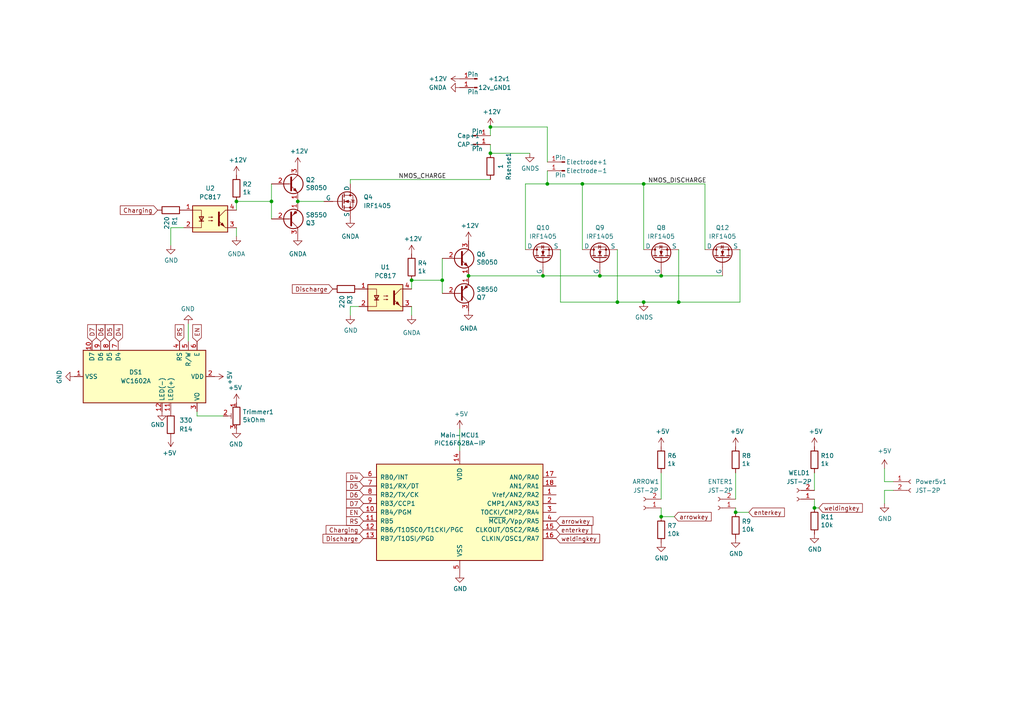
<source format=kicad_sch>
(kicad_sch (version 20230121) (generator eeschema)
  (paper "A4")
  (lib_symbols
    (symbol "Connector:Conn_01x01_Pin" (pin_names (offset 1.016) hide)
      (property "Reference" "J" (at 0 2.54 0))
      (property "Value" "Conn_01x01_Pin" (at 0 -2.54 0))
      (symbol "Conn_01x01_Pin_1_1"
        (polyline (pts (xy 1.27 0) (xy 0.8636 0)) (stroke (width 0.1524)))
        (rectangle (start 0.8636 0.127) (end 0 -0.127) (stroke (width 0.1524)) (fill (type outline)))
        (pin passive line (at 5.08 0 180) (length 3.81) (name "Pin_1") (number "1"))
      )
    )
    (symbol "Connector:Conn_01x02_Socket" (pin_names (offset 1.016) hide)
      (property "Reference" "J" (at 0 2.54 0))
      (property "Value" "Conn_01x02_Socket" (at 0 -5.08 0))
      (symbol "Conn_01x02_Socket_1_1"
        (arc (start 0 -2.032) (mid -0.5058 -2.54) (end 0 -3.048) (stroke (width 0.1524)))
        (polyline (pts (xy -1.27 -2.54) (xy -0.508 -2.54)) (stroke (width 0.1524)))
        (polyline (pts (xy -1.27 0) (xy -0.508 0)) (stroke (width 0.1524)))
        (arc (start 0 0.508) (mid -0.5058 0) (end 0 -0.508) (stroke (width 0.1524)))
        (pin passive line (at -5.08 0 0) (length 3.81) (name "Pin_1") (number "1"))
        (pin passive line (at -5.08 -2.54 0) (length 3.81) (name "Pin_2") (number "2"))
      )
    )
    (symbol "Device:R" (pin_numbers hide) (pin_names (offset 0))
      (property "Reference" "R" (at 2.032 0 90))
      (property "Value" "R" (at 0 0 90))
      (symbol "R_0_1"
        (rectangle (start -1.016 -2.54) (end 1.016 2.54) (stroke (width 0.254)))
      )
      (symbol "R_1_1"
        (pin passive line (at 0 3.81 270) (length 1.27) (name "~") (number "1"))
        (pin passive line (at 0 -3.81 90) (length 1.27) (name "~") (number "2"))
      )
    )
    (symbol "Display_Character:WC1602A"
      (property "Reference" "DS1" (at -1.27 -2.54 90))
      (property "Value" "WC1602A" (at 1.27 -2.54 90))
      (symbol "WC1602A_1_1"
        (rectangle (start -7.62 17.78) (end 7.62 -17.78) (stroke (width 0.254)) (fill (type background)))
        (pin power_in line (at 0 -20.32 90) (length 2.54) (name "VSS") (number "1"))
        (pin input line (at -10.16 -15.24 0) (length 2.54) (name "D7") (number "10"))
        (pin power_in line (at 10.16 7.62 180) (length 2.54) (name "LED(+)") (number "11"))
        (pin power_in line (at 10.16 5.08 180) (length 2.54) (name "LED(-)") (number "12"))
        (pin power_in line (at 0 20.32 270) (length 2.54) (name "VDD") (number "2"))
        (pin input line (at 10.16 15.24 180) (length 2.54) (name "VO") (number "3"))
        (pin input line (at -10.16 10.16 0) (length 2.54) (name "RS") (number "4"))
        (pin input line (at -10.16 12.7 0) (length 2.54) (name "R/W") (number "5"))
        (pin input line (at -10.16 15.24 0) (length 2.54) (name "E") (number "6"))
        (pin input line (at -10.16 -7.62 0) (length 2.54) (name "D4") (number "7"))
        (pin input line (at -10.16 -10.16 0) (length 2.54) (name "D5") (number "8"))
        (pin input line (at -10.16 -12.7 0) (length 2.54) (name "D6") (number "9"))
      )
    )
    (symbol "Isolator:PC817" (pin_names (offset 1.016))
      (property "Reference" "U" (at -5.08 5.08 0))
      (property "Value" "PC817" (at 0 5.08 0))
      (symbol "PC817_0_1"
        (rectangle (start -5.08 3.81) (end 5.08 -3.81) (stroke (width 0.254)) (fill (type background)))
        (polyline (pts (xy -3.175 -0.635) (xy -1.905 -0.635)) (stroke (width 0.254)))
        (polyline (pts (xy 2.54 0.635) (xy 4.445 2.54)))
        (polyline (pts (xy 4.445 -2.54) (xy 2.54 -0.635)) (fill (type outline)))
        (polyline (pts (xy 4.445 -2.54) (xy 5.08 -2.54)))
        (polyline (pts (xy 4.445 2.54) (xy 5.08 2.54)))
        (polyline (pts (xy -5.08 2.54) (xy -2.54 2.54) (xy -2.54 -0.635)))
        (polyline (pts (xy -2.54 -0.635) (xy -2.54 -2.54) (xy -5.08 -2.54)))
        (polyline (pts (xy 2.54 1.905) (xy 2.54 -1.905) (xy 2.54 -1.905)) (stroke (width 0.508)))
        (polyline (pts (xy -2.54 -0.635) (xy -3.175 0.635) (xy -1.905 0.635) (xy -2.54 -0.635)) (stroke (width 0.254)))
        (polyline (pts (xy -0.508 -0.508) (xy 0.762 -0.508) (xy 0.381 -0.635) (xy 0.381 -0.381) (xy 0.762 -0.508)))
        (polyline (pts (xy -0.508 0.508) (xy 0.762 0.508) (xy 0.381 0.381) (xy 0.381 0.635) (xy 0.762 0.508)))
        (polyline (pts (xy 3.048 -1.651) (xy 3.556 -1.143) (xy 4.064 -2.159) (xy 3.048 -1.651) (xy 3.048 -1.651)) (fill (type outline)))
      )
      (symbol "PC817_1_1"
        (pin passive line (at -7.62 2.54 0) (length 2.54) (name "~") (number "1"))
        (pin passive line (at -7.62 -2.54 0) (length 2.54) (name "~") (number "2"))
        (pin passive line (at 7.62 -2.54 180) (length 2.54) (name "~") (number "3"))
        (pin passive line (at 7.62 2.54 180) (length 2.54) (name "~") (number "4"))
      )
    )
    (symbol "MCU_Microchip_PIC16:PIC16F628A-IP" (pin_names (offset 1.016))
      (property "Reference" "U" (at -24.13 17.78 0))
      (property "Value" "PIC16F628A-IP" (at -24.13 15.24 0))
      (symbol "PIC16F628A-IP_0_1"
        (rectangle (start 24.13 13.97) (end -24.13 -13.97) (stroke (width 0.254)) (fill (type background)))
      )
      (symbol "PIC16F628A-IP_1_1"
        (pin bidirectional line (at 27.94 5.08 180) (length 3.81) (name "Vref/AN2/RA2") (number "1"))
        (pin bidirectional line (at -27.94 0 0) (length 3.81) (name "RB4/PGM") (number "10"))
        (pin bidirectional line (at -27.94 -2.54 0) (length 3.81) (name "RB5") (number "11"))
        (pin bidirectional line (at -27.94 -5.08 0) (length 3.81) (name "RB6/T1OSC0/T1CKI/PGC") (number "12"))
        (pin bidirectional line (at -27.94 -7.62 0) (length 3.81) (name "RB7/T1OSI/PGD") (number "13"))
        (pin power_in line (at 0 17.78 270) (length 3.81) (name "VDD") (number "14"))
        (pin bidirectional line (at 27.94 -5.08 180) (length 3.81) (name "CLKOUT/OSC2/RA6") (number "15"))
        (pin bidirectional line (at 27.94 -7.62 180) (length 3.81) (name "CLKIN/OSC1/RA7") (number "16"))
        (pin bidirectional line (at 27.94 10.16 180) (length 3.81) (name "AN0/RA0") (number "17"))
        (pin bidirectional line (at 27.94 7.62 180) (length 3.81) (name "AN1/RA1") (number "18"))
        (pin bidirectional line (at 27.94 2.54 180) (length 3.81) (name "CMP1/AN3/RA3") (number "2"))
        (pin bidirectional line (at 27.94 0 180) (length 3.81) (name "TOCKI/CMP2/RA4") (number "3"))
        (pin input line (at 27.94 -2.54 180) (length 3.81) (name "~{MCLR}/Vpp/RA5") (number "4"))
        (pin power_in line (at 0 -17.78 90) (length 3.81) (name "VSS") (number "5"))
        (pin bidirectional line (at -27.94 10.16 0) (length 3.81) (name "RB0/INT") (number "6"))
        (pin bidirectional line (at -27.94 7.62 0) (length 3.81) (name "RB1/RX/DT") (number "7"))
        (pin bidirectional line (at -27.94 5.08 0) (length 3.81) (name "RB2/TX/CK") (number "8"))
        (pin bidirectional line (at -27.94 2.54 0) (length 3.81) (name "RB3/CCP1") (number "9"))
      )
    )
    (symbol "Simulation_SPICE:NMOS" (pin_numbers hide) (pin_names (offset 0))
      (property "Reference" "Q" (at 5.08 1.27 0))
      (property "Value" "NMOS" (at 5.08 -1.27 0))
      (symbol "NMOS_0_1"
        (polyline (pts (xy 0.254 0) (xy -2.54 0)))
        (polyline (pts (xy 0.254 1.905) (xy 0.254 -1.905)) (stroke (width 0.254)))
        (polyline (pts (xy 0.762 -1.27) (xy 0.762 -2.286)) (stroke (width 0.254)))
        (polyline (pts (xy 0.762 0.508) (xy 0.762 -0.508)) (stroke (width 0.254)))
        (polyline (pts (xy 0.762 2.286) (xy 0.762 1.27)) (stroke (width 0.254)))
        (polyline (pts (xy 2.54 2.54) (xy 2.54 1.778)))
        (polyline (pts (xy 2.54 -2.54) (xy 2.54 0) (xy 0.762 0)))
        (polyline (pts (xy 0.762 -1.778) (xy 3.302 -1.778) (xy 3.302 1.778) (xy 0.762 1.778)))
        (polyline (pts (xy 1.016 0) (xy 2.032 0.381) (xy 2.032 -0.381) (xy 1.016 0)) (fill (type outline)))
        (polyline (pts (xy 2.794 0.508) (xy 2.921 0.381) (xy 3.683 0.381) (xy 3.81 0.254)))
        (polyline (pts (xy 3.302 0.381) (xy 2.921 -0.254) (xy 3.683 -0.254) (xy 3.302 0.381)))
        (circle (center 1.651 0) (radius 2.794) (stroke (width 0.254)))
        (circle (center 2.54 -1.778) (radius 0.254) (fill (type outline)))
        (circle (center 2.54 1.778) (radius 0.254) (fill (type outline)))
      )
      (symbol "NMOS_1_1"
        (pin passive line (at 2.54 5.08 270) (length 2.54) (name "D") (number "1"))
        (pin input line (at -5.08 0 0) (length 2.54) (name "G") (number "2"))
        (pin passive line (at 2.54 -5.08 90) (length 2.54) (name "S") (number "3"))
      )
    )
    (symbol "Transistor_BJT:S8050" (pin_names (offset 0) hide)
      (property "Reference" "Q" (at 5.08 1.905 0))
      (property "Value" "S8050" (at 5.08 0 0))
      (symbol "S8050_0_1"
        (polyline (pts (xy 0 0) (xy 0.635 0)))
        (polyline (pts (xy 0.635 0.635) (xy 2.54 2.54)))
        (polyline (pts (xy 0.635 -0.635) (xy 2.54 -2.54) (xy 2.54 -2.54)))
        (polyline (pts (xy 0.635 1.905) (xy 0.635 -1.905) (xy 0.635 -1.905)) (stroke (width 0.508)))
        (polyline (pts (xy 1.27 -1.778) (xy 1.778 -1.27) (xy 2.286 -2.286) (xy 1.27 -1.778) (xy 1.27 -1.778)) (fill (type outline)))
        (circle (center 1.27 0) (radius 2.8194) (stroke (width 0.254)))
      )
      (symbol "S8050_1_1"
        (pin passive line (at 2.54 -5.08 90) (length 2.54) (name "E") (number "1"))
        (pin input line (at -5.08 0 0) (length 5.08) (name "B") (number "2"))
        (pin passive line (at 2.54 5.08 270) (length 2.54) (name "C") (number "3"))
      )
    )
    (symbol "Transistor_BJT:S8550" (pin_names (offset 0) hide)
      (property "Reference" "Q" (at 5.08 1.905 0))
      (property "Value" "S8550" (at 5.08 0 0))
      (symbol "S8550_0_1"
        (polyline (pts (xy 0 0) (xy 0.635 0)))
        (polyline (pts (xy 2.54 -2.54) (xy 0.635 -0.635)))
        (polyline (pts (xy 2.54 2.54) (xy 0.635 0.635)))
        (polyline (pts (xy 0.635 1.905) (xy 0.635 -1.905) (xy 0.635 -1.905)) (stroke (width 0.508)) (fill (type outline)))
        (polyline (pts (xy 1.778 -2.286) (xy 2.286 -1.778) (xy 1.27 -1.27) (xy 1.778 -2.286) (xy 1.778 -2.286)) (fill (type outline)))
        (circle (center 1.27 0) (radius 2.8194) (stroke (width 0.254)))
      )
      (symbol "S8550_1_1"
        (pin passive line (at 2.54 -5.08 90) (length 2.54) (name "E") (number "1"))
        (pin input line (at -5.08 0 0) (length 5.08) (name "B") (number "2"))
        (pin passive line (at 2.54 5.08 270) (length 2.54) (name "C") (number "3"))
      )
    )
    (symbol "circuit-rescue:R_POT_TRIM-Device" (pin_names (offset 1.016) hide)
      (property "Reference" "RV" (at -4.445 0 90))
      (property "Value" "Device_R_POT_TRIM" (at -2.54 0 90))
      (symbol "R_POT_TRIM-Device_0_1"
        (polyline (pts (xy 1.524 0.762) (xy 1.524 -0.762)))
        (polyline (pts (xy 2.54 0) (xy 1.524 0)))
        (rectangle (start 1.016 2.54) (end -1.016 -2.54) (stroke (width 0.254)))
      )
      (symbol "R_POT_TRIM-Device_1_1"
        (pin passive line (at 0 3.81 270) (length 1.27) (name "1") (number "1"))
        (pin passive line (at 3.81 0 180) (length 1.27) (name "2") (number "2"))
        (pin passive line (at 0 -3.81 90) (length 1.27) (name "3") (number "3"))
      )
    )
    (symbol "power:+12V" (power) (pin_names (offset 0))
      (property "Value" "+12V" (at 0 3.556 0))
      (symbol "+12V_0_1"
        (polyline (pts (xy -0.762 1.27) (xy 0 2.54)))
        (polyline (pts (xy 0 0) (xy 0 2.54)))
        (polyline (pts (xy 0 2.54) (xy 0.762 1.27)))
      )
      (symbol "+12V_1_1"
        (pin power_in line (at 0 0 90) (length 0) hide (name "+12V") (number "1"))
      )
    )
    (symbol "power:+5V" (power) (pin_names (offset 0))
      (property "Value" "+5V" (at 0 3.556 0))
      (symbol "+5V_0_1"
        (polyline (pts (xy -0.762 1.27) (xy 0 2.54)))
        (polyline (pts (xy 0 0) (xy 0 2.54)))
        (polyline (pts (xy 0 2.54) (xy 0.762 1.27)))
      )
      (symbol "+5V_1_1"
        (pin power_in line (at 0 0 90) (length 0) hide (name "+5V") (number "1"))
      )
    )
    (symbol "power:GND" (power) (pin_names (offset 0))
      (property "Value" "GND" (at 0 -3.81 0))
      (symbol "GND_0_1"
        (polyline (pts (xy 0 0) (xy 0 -1.27) (xy 1.27 -1.27) (xy 0 -2.54) (xy -1.27 -1.27) (xy 0 -1.27)))
      )
      (symbol "GND_1_1"
        (pin power_in line (at 0 0 270) (length 0) hide (name "GND") (number "1"))
      )
    )
    (symbol "power:GNDA" (power) (pin_names (offset 0))
      (property "Value" "GNDA" (at 0 -3.81 0))
      (symbol "GNDA_0_1"
        (polyline (pts (xy 0 0) (xy 0 -1.27) (xy 1.27 -1.27) (xy 0 -2.54) (xy -1.27 -1.27) (xy 0 -1.27)))
      )
      (symbol "GNDA_1_1"
        (pin power_in line (at 0 0 270) (length 0) hide (name "GNDA") (number "1"))
      )
    )
    (symbol "power:GNDS" (power) (pin_names (offset 0))
      (property "Value" "GNDS" (at 0 -3.81 0))
      (symbol "GNDS_0_1"
        (polyline (pts (xy 0 0) (xy 0 -1.27) (xy 1.27 -1.27) (xy 0 -2.54) (xy -1.27 -1.27) (xy 0 -1.27)))
      )
      (symbol "GNDS_1_1"
        (pin power_in line (at 0 0 270) (length 0) hide (name "GNDS") (number "1"))
      )
    )
  )
  (junction (at 168.91 53.34))
  (junction (at 236.22 147.32))
  (junction (at 68.58 58.42))
  (junction (at 186.69 53.34))
  (junction (at 142.24 44.45))
  (junction (at 186.69 87.63))
  (junction (at 119.38 81.28))
  (junction (at 191.77 149.86))
  (junction (at 157.48 80.01))
  (junction (at 213.36 148.59))
  (junction (at 78.74 58.42))
  (junction (at 179.07 87.63))
  (junction (at 191.77 80.01))
  (junction (at 158.75 53.34))
  (junction (at 86.36 58.42))
  (junction (at 142.24 36.83))
  (junction (at 128.27 81.28))
  (junction (at 135.89 80.01))
  (junction (at 173.99 80.01))
  (junction (at 196.85 87.63))
  (wire (pts (xy 162.56 72.39) (xy 162.56 87.63)))
  (wire (pts (xy 128.27 81.28) (xy 119.38 81.28)))
  (wire (pts (xy 133.35 124.46) (xy 133.35 130.81)))
  (wire (pts (xy 78.74 58.42) (xy 78.74 63.5)))
  (wire (pts (xy 142.24 41.91) (xy 142.24 44.45)))
  (wire (pts (xy 157.48 80.01) (xy 173.99 80.01)))
  (wire (pts (xy 54.61 93.98) (xy 54.61 99.06)))
  (wire (pts (xy 256.54 142.24) (xy 259.08 142.24)))
  (wire (pts (xy 128.27 81.28) (xy 128.27 85.09)))
  (wire (pts (xy 195.58 149.86) (xy 191.77 149.86)))
  (wire (pts (xy 191.77 147.32) (xy 191.77 149.86)))
  (wire (pts (xy 168.91 53.34) (xy 186.69 53.34)))
  (wire (pts (xy 49.53 66.04) (xy 53.34 66.04)))
  (wire (pts (xy 68.58 58.42) (xy 78.74 58.42)))
  (wire (pts (xy 93.98 58.42) (xy 86.36 58.42)))
  (wire (pts (xy 158.75 53.34) (xy 168.91 53.34)))
  (wire (pts (xy 152.4 53.34) (xy 158.75 53.34)))
  (wire (pts (xy 214.63 87.63) (xy 196.85 87.63)))
  (wire (pts (xy 237.49 147.32) (xy 236.22 147.32)))
  (wire (pts (xy 162.56 87.63) (xy 179.07 87.63)))
  (wire (pts (xy 256.54 135.89) (xy 256.54 139.7)))
  (wire (pts (xy 142.24 52.07) (xy 101.6 52.07)))
  (wire (pts (xy 142.24 44.45) (xy 153.67 44.45)))
  (wire (pts (xy 78.74 53.34) (xy 78.74 58.42)))
  (wire (pts (xy 49.53 71.12) (xy 49.53 66.04)))
  (wire (pts (xy 179.07 72.39) (xy 179.07 87.63)))
  (wire (pts (xy 217.17 148.59) (xy 213.36 148.59)))
  (wire (pts (xy 191.77 80.01) (xy 209.55 80.01)))
  (wire (pts (xy 196.85 72.39) (xy 196.85 87.63)))
  (wire (pts (xy 119.38 81.28) (xy 119.38 83.82)))
  (wire (pts (xy 179.07 87.63) (xy 186.69 87.63)))
  (wire (pts (xy 68.58 58.42) (xy 68.58 60.96)))
  (wire (pts (xy 128.27 74.93) (xy 128.27 81.28)))
  (wire (pts (xy 142.24 36.83) (xy 158.75 36.83)))
  (wire (pts (xy 213.36 147.32) (xy 213.36 148.59)))
  (wire (pts (xy 152.4 72.39) (xy 152.4 53.34)))
  (wire (pts (xy 57.15 120.65) (xy 57.15 119.38)))
  (wire (pts (xy 191.77 144.78) (xy 191.77 137.16)))
  (wire (pts (xy 158.75 36.83) (xy 158.75 46.99)))
  (wire (pts (xy 256.54 139.7) (xy 259.08 139.7)))
  (wire (pts (xy 213.36 137.16) (xy 213.36 144.78)))
  (wire (pts (xy 135.89 80.01) (xy 157.48 80.01)))
  (wire (pts (xy 196.85 87.63) (xy 186.69 87.63)))
  (wire (pts (xy 204.47 72.39) (xy 204.47 53.34)))
  (wire (pts (xy 158.75 53.34) (xy 158.75 49.53)))
  (wire (pts (xy 101.6 88.9) (xy 104.14 88.9)))
  (wire (pts (xy 142.24 36.83) (xy 142.24 39.37)))
  (wire (pts (xy 186.69 72.39) (xy 186.69 53.34)))
  (wire (pts (xy 186.69 53.34) (xy 204.47 53.34)))
  (wire (pts (xy 68.58 66.04) (xy 68.58 68.58)))
  (wire (pts (xy 236.22 137.16) (xy 236.22 142.24)))
  (wire (pts (xy 236.22 144.78) (xy 236.22 147.32)))
  (wire (pts (xy 214.63 72.39) (xy 214.63 87.63)))
  (wire (pts (xy 173.99 80.01) (xy 191.77 80.01)))
  (wire (pts (xy 101.6 52.07) (xy 101.6 53.34)))
  (wire (pts (xy 119.38 88.9) (xy 119.38 91.44)))
  (wire (pts (xy 168.91 72.39) (xy 168.91 53.34)))
  (wire (pts (xy 256.54 146.05) (xy 256.54 142.24)))
  (wire (pts (xy 64.77 120.65) (xy 57.15 120.65)))
  (wire (pts (xy 101.6 91.44) (xy 101.6 88.9)))
  (label "NMOS_DISCHARGE" (at 187.96 53.34 0))
  (label "NMOS_CHARGE" (at 115.57 52.07 0))
  (global_label "Discharge" (shape input) (at 96.52 83.82 180) (property "Intersheetrefs" "${INTERSHEET_REFS}" (effects hide)))
  (global_label "weldingkey" (shape input) (at 161.29 156.21 0) (property "Intersheetrefs" "${INTERSHEET_REFS}" (effects hide)))
  (global_label "D5" (shape input) (at 105.41 140.97 180) (property "Intersheetrefs" "${INTERSHEET_REFS}" (effects hide)))
  (global_label "weldingkey" (shape input) (at 237.49 147.32 0) (property "Intersheetrefs" "${INTERSHEET_REFS}" (effects hide)))
  (global_label "D6" (shape input) (at 105.41 143.51 180) (property "Intersheetrefs" "${INTERSHEET_REFS}" (effects hide)))
  (global_label "D7" (shape input) (at 105.41 146.05 180) (property "Intersheetrefs" "${INTERSHEET_REFS}" (effects hide)))
  (global_label "D4" (shape input) (at 34.29 99.06 90) (property "Intersheetrefs" "${INTERSHEET_REFS}" (effects hide)))
  (global_label "Charging" (shape input) (at 45.72 60.96 180) (property "Intersheetrefs" "${INTERSHEET_REFS}" (effects hide)))
  (global_label "D7" (shape input) (at 26.67 99.06 90) (property "Intersheetrefs" "${INTERSHEET_REFS}" (effects hide)))
  (global_label "D4" (shape input) (at 105.41 138.43 180) (property "Intersheetrefs" "${INTERSHEET_REFS}" (effects hide)))
  (global_label "arrowkey" (shape input) (at 161.29 151.13 0) (property "Intersheetrefs" "${INTERSHEET_REFS}" (effects hide)))
  (global_label "EN" (shape input) (at 57.15 99.06 90) (property "Intersheetrefs" "${INTERSHEET_REFS}" (effects hide)))
  (global_label "Discharge" (shape input) (at 105.41 156.21 180) (property "Intersheetrefs" "${INTERSHEET_REFS}" (effects hide)))
  (global_label "RS" (shape input) (at 52.07 99.06 90) (property "Intersheetrefs" "${INTERSHEET_REFS}" (effects hide)))
  (global_label "enterkey" (shape input) (at 217.17 148.59 0) (property "Intersheetrefs" "${INTERSHEET_REFS}" (effects hide)))
  (global_label "Charging" (shape input) (at 105.41 153.67 180) (property "Intersheetrefs" "${INTERSHEET_REFS}" (effects hide)))
  (global_label "arrowkey" (shape input) (at 195.58 149.86 0) (property "Intersheetrefs" "${INTERSHEET_REFS}" (effects hide)))
  (global_label "RS" (shape input) (at 105.41 151.13 180) (property "Intersheetrefs" "${INTERSHEET_REFS}" (effects hide)))
  (global_label "EN" (shape input) (at 105.41 148.59 180) (property "Intersheetrefs" "${INTERSHEET_REFS}" (effects hide)))
  (global_label "enterkey" (shape input) (at 161.29 153.67 0) (property "Intersheetrefs" "${INTERSHEET_REFS}" (effects hide)))
  (global_label "D5" (shape input) (at 31.75 99.06 90) (property "Intersheetrefs" "${INTERSHEET_REFS}" (effects hide)))
  (global_label "D6" (shape input) (at 29.21 99.06 90) (property "Intersheetrefs" "${INTERSHEET_REFS}" (effects hide)))
  (symbol (lib_id "Connector:Conn_01x01_Pin") (at 137.16 39.37 0) (unit 1)
    (property "Reference" "Cap+1" (at 135.89 39.37 0))
    (property "Value" "Pin" (at 138.43 38.1 0))
    (property "Footprint" "MountingHole:MountingHole_4.3mm_M4_Pad" (effects hide))
  )
  (symbol (lib_id "power:+5V") (at 68.58 116.84 0) (mirror y) (unit 1)
    (property "Reference" "#PWR01" (effects hide))
    (property "Value" "+5V" (at 68.199 112.4458 0))
  )
  (symbol (lib_id "power:+12V") (at 86.36 48.26 0) (unit 1)
    (property "Reference" "#PWR08" (effects hide))
    (property "Value" "+12V" (at 86.741 43.8658 0))
  )
  (symbol (lib_id "power:+5V") (at 236.22 129.54 0) (unit 1)
    (property "Reference" "#PWR033" (effects hide))
    (property "Value" "+5V" (at 236.601 125.1458 0))
  )
  (symbol (lib_id "Device:R") (at 119.38 77.47 0) (unit 1)
    (property "Reference" "R4" (at 121.158 76.3016 0) (effects (justify left)))
    (property "Value" "1k" (at 121.158 78.613 0) (effects (justify left)))
    (property "Footprint" "Resistor_THT:R_Axial_DIN0207_L6.3mm_D2.5mm_P7.62mm_Horizontal" (effects hide))
  )
  (symbol (lib_id "Simulation_SPICE:NMOS") (at 209.55 74.93 90) (unit 1)
    (property "Reference" "Q12" (at 209.55 66.04 90))
    (property "Value" "IRF1405" (at 209.55 68.58 90))
    (property "Footprint" "Package_TO_SOT_THT:TO-220-3_Vertical" (effects hide))
    (property "Datasheet" "https://ngspice.sourceforge.io/docs/ngspice-manual.pdf" (effects hide))
    (property "Sim.Device" "NMOS" (effects hide))
    (property "Sim.Type" "VDMOS" (effects hide))
    (property "Sim.Pins" "1=D 2=G 3=S" (effects hide))
  )
  (symbol (lib_id "power:+12V") (at 135.89 69.85 0) (unit 1)
    (property "Reference" "#PWR015" (effects hide))
    (property "Value" "+12V" (at 136.271 65.4558 0))
  )
  (symbol (lib_id "Simulation_SPICE:NMOS") (at 173.99 74.93 90) (unit 1)
    (property "Reference" "Q9" (at 173.99 66.04 90))
    (property "Value" "IRF1405" (at 173.99 68.58 90))
    (property "Footprint" "Package_TO_SOT_THT:TO-220-3_Vertical" (effects hide))
    (property "Datasheet" "https://ngspice.sourceforge.io/docs/ngspice-manual.pdf" (effects hide))
    (property "Sim.Device" "NMOS" (effects hide))
    (property "Sim.Type" "VDMOS" (effects hide))
    (property "Sim.Pins" "1=D 2=G 3=S" (effects hide))
  )
  (symbol (lib_id "Device:R") (at 213.36 133.35 0) (unit 1)
    (property "Reference" "R8" (at 215.138 132.1816 0) (effects (justify left)))
    (property "Value" "1k" (at 215.138 134.493 0) (effects (justify left)))
    (property "Footprint" "Resistor_THT:R_Axial_DIN0207_L6.3mm_D2.5mm_P7.62mm_Horizontal" (effects hide))
  )
  (symbol (lib_id "Display_Character:WC1602A") (at 41.91 109.22 270) (unit 1)
    (property "Reference" "DS1" (at 39.37 107.95 90))
    (property "Value" "WC1602A" (at 39.37 110.49 90))
    (property "Footprint" "Connector_PinSocket_2.54mm:PinSocket_1x12_P2.54mm_Vertical" (effects hide))
    (property "Datasheet" "http://www.wincomlcd.com/pdf/WC1602A-SFYLYHTC06.pdf" (effects hide))
  )
  (symbol (lib_id "Connector:Conn_01x02_Socket") (at 264.16 139.7 0) (unit 1)
    (property "Reference" "Power5v1" (at 265.43 139.7 0) (effects (justify left)))
    (property "Value" "JST-2P" (at 265.43 142.24 0) (effects (justify left)))
    (property "Footprint" "Connector_JST:JST_EH_B2B-EH-A_1x02_P2.50mm_Vertical" (effects hide))
  )
  (symbol (lib_id "Device:R") (at 236.22 151.13 0) (unit 1)
    (property "Reference" "R11" (at 237.998 149.9616 0) (effects (justify left)))
    (property "Value" "10k" (at 237.998 152.273 0) (effects (justify left)))
    (property "Footprint" "Resistor_THT:R_Axial_DIN0207_L6.3mm_D2.5mm_P7.62mm_Horizontal" (effects hide))
  )
  (symbol (lib_id "Transistor_BJT:S8050") (at 83.82 53.34 0) (unit 1)
    (property "Reference" "Q2" (at 88.646 52.1716 0) (effects (justify left)))
    (property "Value" "S8050" (at 88.646 54.483 0) (effects (justify left)))
    (property "Footprint" "Package_TO_SOT_THT:TO-92_Inline" (effects hide))
    (property "Datasheet" "http://www.unisonic.com.tw/datasheet/S8050.pdf" (effects hide))
  )
  (symbol (lib_id "Connector:Conn_01x02_Socket") (at 186.69 147.32 180) (unit 1)
    (property "Reference" "ARROW1" (at 187.325 139.7 0))
    (property "Value" "JST-2P" (at 187.325 142.24 0))
    (property "Footprint" "Connector_JST:JST_EH_B2B-EH-A_1x02_P2.50mm_Vertical" (effects hide))
  )
  (symbol (lib_id "Isolator:PC817") (at 111.76 86.36 0) (unit 1)
    (property "Reference" "U1" (at 111.76 77.47 0))
    (property "Value" "PC817" (at 111.76 80.01 0))
    (property "Footprint" "Package_DIP:DIP-4_W7.62mm" (effects hide))
    (property "Datasheet" "http://www.soselectronic.cz/a_info/resource/d/pc817.pdf" (effects hide))
  )
  (symbol (lib_id "power:GND") (at 68.58 124.46 0) (mirror y) (unit 1)
    (property "Reference" "#PWR02" (effects hide))
    (property "Value" "GND" (at 68.453 128.8542 0))
  )
  (symbol (lib_id "power:GNDA") (at 119.38 91.44 0) (unit 1)
    (property "Reference" "#PWR014" (effects hide))
    (property "Value" "GNDA" (at 119.38 96.52 0))
  )
  (symbol (lib_id "Device:R") (at 49.53 123.19 180) (unit 1)
    (property "Reference" "R14" (at 55.88 124.46 0) (effects (justify left)))
    (property "Value" "330" (at 55.88 121.92 0) (effects (justify left)))
    (property "Footprint" "Resistor_THT:R_Axial_DIN0207_L6.3mm_D2.5mm_P7.62mm_Horizontal" (effects hide))
  )
  (symbol (lib_id "Simulation_SPICE:NMOS") (at 191.77 74.93 90) (unit 1)
    (property "Reference" "Q8" (at 191.77 66.04 90))
    (property "Value" "IRF1405" (at 191.77 68.58 90))
    (property "Footprint" "Package_TO_SOT_THT:TO-220-3_Vertical" (effects hide))
    (property "Datasheet" "https://ngspice.sourceforge.io/docs/ngspice-manual.pdf" (effects hide))
    (property "Sim.Device" "NMOS" (effects hide))
    (property "Sim.Type" "VDMOS" (effects hide))
    (property "Sim.Pins" "1=D 2=G 3=S" (effects hide))
  )
  (symbol (lib_id "Device:R") (at 49.53 60.96 270) (unit 1)
    (property "Reference" "R1" (at 50.6984 62.738 0) (effects (justify left)))
    (property "Value" "220" (at 48.387 62.738 0) (effects (justify left)))
    (property "Footprint" "Resistor_THT:R_Axial_DIN0207_L6.3mm_D2.5mm_P7.62mm_Horizontal" (effects hide))
  )
  (symbol (lib_id "Connector:Conn_01x01_Pin") (at 163.83 46.99 180) (unit 1)
    (property "Reference" "Electrode+1" (at 170.18 46.99 0))
    (property "Value" "Pin" (at 162.56 45.72 0))
    (property "Footprint" "MountingHole:MountingHole_4.3mm_M4_Pad" (effects hide))
  )
  (symbol (lib_id "power:GNDA") (at 135.89 90.17 0) (unit 1)
    (property "Reference" "#PWR016" (effects hide))
    (property "Value" "GNDA" (at 135.89 95.25 0))
  )
  (symbol (lib_id "Device:R") (at 191.77 153.67 0) (unit 1)
    (property "Reference" "R7" (at 193.548 152.5016 0) (effects (justify left)))
    (property "Value" "10k" (at 193.548 154.813 0) (effects (justify left)))
    (property "Footprint" "Resistor_THT:R_Axial_DIN0207_L6.3mm_D2.5mm_P7.62mm_Horizontal" (effects hide))
  )
  (symbol (lib_id "power:GNDA") (at 86.36 68.58 0) (unit 1)
    (property "Reference" "#PWR09" (effects hide))
    (property "Value" "GNDA" (at 86.36 73.66 0))
  )
  (symbol (lib_id "circuit-rescue:R_POT_TRIM-Device") (at 68.58 120.65 0) (mirror y) (unit 1)
    (property "Reference" "Trimmer1" (at 70.358 119.4816 0) (effects (justify right)))
    (property "Value" "5kOhm" (at 70.358 121.793 0) (effects (justify right)))
    (property "Footprint" "Connector_PinSocket_2.54mm:PinSocket_1x03_P2.54mm_Vertical" (effects hide))
  )
  (symbol (lib_id "Device:R") (at 68.58 54.61 0) (unit 1)
    (property "Reference" "R2" (at 70.358 53.4416 0) (effects (justify left)))
    (property "Value" "1k" (at 70.358 55.753 0) (effects (justify left)))
    (property "Footprint" "Resistor_THT:R_Axial_DIN0207_L6.3mm_D2.5mm_P7.62mm_Horizontal" (effects hide))
  )
  (symbol (lib_id "Transistor_BJT:S8050") (at 133.35 74.93 0) (unit 1)
    (property "Reference" "Q6" (at 138.176 73.7616 0) (effects (justify left)))
    (property "Value" "S8050" (at 138.176 76.073 0) (effects (justify left)))
    (property "Footprint" "Package_TO_SOT_THT:TO-92_Inline" (effects hide))
    (property "Datasheet" "http://www.unisonic.com.tw/datasheet/S8050.pdf" (effects hide))
  )
  (symbol (lib_id "Connector:Conn_01x02_Socket") (at 231.14 144.78 180) (unit 1)
    (property "Reference" "WELD1" (at 231.775 137.16 0))
    (property "Value" "JST-2P" (at 231.775 139.7 0))
    (property "Footprint" "Connector_JST:JST_EH_B2B-EH-A_1x02_P2.50mm_Vertical" (effects hide))
  )
  (symbol (lib_id "power:GND") (at 191.77 157.48 0) (unit 1)
    (property "Reference" "#PWR025" (effects hide))
    (property "Value" "GND" (at 191.897 161.8742 0))
  )
  (symbol (lib_id "power:+12V") (at 133.35 22.86 90) (unit 1)
    (property "Reference" "#PWR022" (effects hide))
    (property "Value" "+12V" (at 127 22.86 90))
  )
  (symbol (lib_id "Device:R") (at 191.77 133.35 0) (unit 1)
    (property "Reference" "R6" (at 193.548 132.1816 0) (effects (justify left)))
    (property "Value" "1k" (at 193.548 134.493 0) (effects (justify left)))
    (property "Footprint" "Resistor_THT:R_Axial_DIN0207_L6.3mm_D2.5mm_P7.62mm_Horizontal" (effects hide))
  )
  (symbol (lib_id "Device:R") (at 100.33 83.82 270) (unit 1)
    (property "Reference" "R3" (at 101.4984 85.598 0) (effects (justify left)))
    (property "Value" "220" (at 99.187 85.598 0) (effects (justify left)))
    (property "Footprint" "Resistor_THT:R_Axial_DIN0207_L6.3mm_D2.5mm_P7.62mm_Horizontal" (effects hide))
  )
  (symbol (lib_id "power:+12V") (at 119.38 73.66 0) (unit 1)
    (property "Reference" "#PWR013" (effects hide))
    (property "Value" "+12V" (at 119.761 69.2658 0))
  )
  (symbol (lib_id "power:GNDA") (at 68.58 68.58 0) (unit 1)
    (property "Reference" "#PWR06" (effects hide))
    (property "Value" "GNDA" (at 68.58 73.66 0))
  )
  (symbol (lib_id "power:+5V") (at 191.77 129.54 0) (unit 1)
    (property "Reference" "#PWR024" (effects hide))
    (property "Value" "+5V" (at 192.151 125.1458 0))
  )
  (symbol (lib_id "power:+5V") (at 256.54 135.89 0) (unit 1)
    (property "Reference" "#PWR03" (effects hide))
    (property "Value" "+5V" (at 256.54 130.81 0))
  )
  (symbol (lib_id "power:GNDA") (at 133.35 25.4 270) (unit 1)
    (property "Reference" "#PWR04" (effects hide))
    (property "Value" "GNDA" (at 129.54 25.4 90) (effects (justify right)))
  )
  (symbol (lib_id "Isolator:PC817") (at 60.96 63.5 0) (unit 1)
    (property "Reference" "U2" (at 60.96 54.61 0))
    (property "Value" "PC817" (at 60.96 57.15 0))
    (property "Footprint" "Package_DIP:DIP-4_W7.62mm" (effects hide))
    (property "Datasheet" "http://www.soselectronic.cz/a_info/resource/d/pc817.pdf" (effects hide))
  )
  (symbol (lib_id "power:GND") (at 49.53 71.12 0) (unit 1)
    (property "Reference" "#PWR011" (effects hide))
    (property "Value" "GND" (at 49.657 75.5142 0))
  )
  (symbol (lib_id "Device:R") (at 142.24 48.26 180) (unit 1)
    (property "Reference" "Rsense1" (at 147.4978 48.26 90))
    (property "Value" "1" (at 145.1864 48.26 90))
    (property "Footprint" "Resistor_THT:R_Axial_Power_L25.0mm_W9.0mm_P27.94mm" (effects hide))
  )
  (symbol (lib_id "Connector:Conn_01x01_Pin") (at 163.83 49.53 180) (unit 1)
    (property "Reference" "Electrode-1" (at 170.18 49.53 0))
    (property "Value" "Pin" (at 162.56 50.8 0))
    (property "Footprint" "MountingHole:MountingHole_4.3mm_M4_Pad" (effects hide))
  )
  (symbol (lib_id "Device:R") (at 213.36 152.4 0) (unit 1)
    (property "Reference" "R9" (at 215.138 151.2316 0) (effects (justify left)))
    (property "Value" "10k" (at 215.138 153.543 0) (effects (justify left)))
    (property "Footprint" "Resistor_THT:R_Axial_DIN0207_L6.3mm_D2.5mm_P7.62mm_Horizontal" (effects hide))
  )
  (symbol (lib_id "power:GNDA") (at 101.6 63.5 0) (unit 1)
    (property "Reference" "#PWR012" (effects hide))
    (property "Value" "GNDA" (at 101.6 68.58 0))
  )
  (symbol (lib_id "power:+12V") (at 68.58 50.8 0) (unit 1)
    (property "Reference" "#PWR05" (effects hide))
    (property "Value" "+12V" (at 68.961 46.4058 0))
  )
  (symbol (lib_id "power:GND") (at 54.61 93.98 180) (unit 1)
    (property "Reference" "#PWR041" (effects hide))
    (property "Value" "GND" (at 54.483 89.5858 0))
  )
  (symbol (lib_id "Transistor_BJT:S8550") (at 83.82 63.5 0) (mirror x) (unit 1)
    (property "Reference" "Q3" (at 88.646 64.6684 0) (effects (justify left)))
    (property "Value" "S8550" (at 88.646 62.357 0) (effects (justify left)))
    (property "Footprint" "Package_TO_SOT_THT:TO-92_Inline" (effects hide))
    (property "Datasheet" "http://www.unisonic.com.tw/datasheet/S8550.pdf" (effects hide))
  )
  (symbol (lib_id "power:GND") (at 133.35 166.37 0) (unit 1)
    (property "Reference" "#PWR019" (effects hide))
    (property "Value" "GND" (at 133.477 170.7642 0))
  )
  (symbol (lib_id "MCU_Microchip_PIC16:PIC16F628A-IP") (at 133.35 148.59 0) (unit 1)
    (property "Reference" "Main-MCU1" (at 133.35 126.2126 0))
    (property "Value" "PIC16F628A-IP" (at 133.35 128.524 0))
    (property "Footprint" "Package_DIP:DIP-18_W7.62mm_LongPads" (effects hide))
    (property "Datasheet" "http://ww1.microchip.com/downloads/en/DeviceDoc/40300c.pdf" (effects hide))
  )
  (symbol (lib_id "Connector:Conn_01x01_Pin") (at 138.43 25.4 180) (unit 1)
    (property "Reference" "12v_GND1" (at 143.51 25.4 0))
    (property "Value" "Pin" (at 137.16 26.67 0))
    (property "Footprint" "MountingHole:MountingHole_4.3mm_M4_Pad" (effects hide))
  )
  (symbol (lib_id "Simulation_SPICE:NMOS") (at 99.06 58.42 0) (unit 1)
    (property "Reference" "Q4" (at 105.41 57.15 0) (effects (justify left)))
    (property "Value" "IRF1405" (at 105.41 59.69 0) (effects (justify left)))
    (property "Footprint" "Package_TO_SOT_THT:TO-220-3_Vertical" (effects hide))
    (property "Datasheet" "https://ngspice.sourceforge.io/docs/ngspice-manual.pdf" (effects hide))
    (property "Sim.Device" "NMOS" (effects hide))
    (property "Sim.Type" "VDMOS" (effects hide))
    (property "Sim.Pins" "1=D 2=G 3=S" (effects hide))
  )
  (symbol (lib_id "power:+12V") (at 142.24 36.83 0) (unit 1)
    (property "Reference" "#PWR017" (effects hide))
    (property "Value" "+12V" (at 142.621 32.4358 0))
  )
  (symbol (lib_id "power:GND") (at 213.36 156.21 0) (unit 1)
    (property "Reference" "#PWR029" (effects hide))
    (property "Value" "GND" (at 213.487 160.6042 0))
  )
  (symbol (lib_id "power:+5V") (at 133.35 124.46 0) (unit 1)
    (property "Reference" "#PWR018" (effects hide))
    (property "Value" "+5V" (at 133.731 120.0658 0))
  )
  (symbol (lib_id "Transistor_BJT:S8550") (at 133.35 85.09 0) (mirror x) (unit 1)
    (property "Reference" "Q7" (at 138.176 86.2584 0) (effects (justify left)))
    (property "Value" "S8550" (at 138.176 83.947 0) (effects (justify left)))
    (property "Footprint" "Package_TO_SOT_THT:TO-92_Inline" (effects hide))
    (property "Datasheet" "http://www.unisonic.com.tw/datasheet/S8550.pdf" (effects hide))
  )
  (symbol (lib_id "power:+5V") (at 62.23 109.22 270) (unit 1)
    (property "Reference" "#PWR039" (effects hide))
    (property "Value" "+5V" (at 66.6242 109.601 0))
  )
  (symbol (lib_id "Connector:Conn_01x01_Pin") (at 138.43 22.86 180) (unit 1)
    (property "Reference" "+12v1" (at 144.78 22.86 0))
    (property "Value" "Pin" (at 137.16 21.59 0))
    (property "Footprint" "MountingHole:MountingHole_4.3mm_M4_Pad" (effects hide))
  )
  (symbol (lib_id "Connector:Conn_01x01_Pin") (at 137.16 41.91 0) (unit 1)
    (property "Reference" "CAP-1" (at 135.89 41.91 0))
    (property "Value" "Pin" (at 138.43 43.18 0))
    (property "Footprint" "MountingHole:MountingHole_4.3mm_M4_Pad" (effects hide))
  )
  (symbol (lib_id "power:+5V") (at 213.36 129.54 0) (unit 1)
    (property "Reference" "#PWR028" (effects hide))
    (property "Value" "+5V" (at 213.741 125.1458 0))
  )
  (symbol (lib_id "power:+5V") (at 49.53 127 180) (unit 1)
    (property "Reference" "#PWR037" (effects hide))
    (property "Value" "+5V" (at 49.149 131.3942 0))
  )
  (symbol (lib_id "Connector:Conn_01x02_Socket") (at 208.28 147.32 180) (unit 1)
    (property "Reference" "ENTER1" (at 208.915 139.7 0))
    (property "Value" "JST-2P" (at 208.915 142.24 0))
    (property "Footprint" "Connector_JST:JST_EH_B2B-EH-A_1x02_P2.50mm_Vertical" (effects hide))
  )
  (symbol (lib_id "power:GND") (at 236.22 154.94 0) (unit 1)
    (property "Reference" "#PWR034" (effects hide))
    (property "Value" "GND" (at 236.347 159.3342 0))
  )
  (symbol (lib_id "power:GND") (at 101.6 91.44 0) (unit 1)
    (property "Reference" "#PWR010" (effects hide))
    (property "Value" "GND" (at 101.727 95.8342 0))
  )
  (symbol (lib_id "power:GND") (at 46.99 119.38 0) (unit 1)
    (property "Reference" "#PWR038" (effects hide))
    (property "Value" "GND" (at 45.72 123.19 0))
  )
  (symbol (lib_id "Simulation_SPICE:NMOS") (at 157.48 74.93 90) (unit 1)
    (property "Reference" "Q10" (at 157.48 66.04 90))
    (property "Value" "IRF1405" (at 157.48 68.58 90))
    (property "Footprint" "Package_TO_SOT_THT:TO-220-3_Vertical" (effects hide))
    (property "Datasheet" "https://ngspice.sourceforge.io/docs/ngspice-manual.pdf" (effects hide))
    (property "Sim.Device" "NMOS" (effects hide))
    (property "Sim.Type" "VDMOS" (effects hide))
    (property "Sim.Pins" "1=D 2=G 3=S" (effects hide))
  )
  (symbol (lib_id "power:GNDS") (at 186.69 87.63 0) (unit 1)
    (property "Reference" "#PWR021" (effects hide))
    (property "Value" "GNDS" (at 186.817 92.0242 0))
  )
  (symbol (lib_id "Device:R") (at 236.22 133.35 0) (unit 1)
    (property "Reference" "R10" (at 237.998 132.1816 0) (effects (justify left)))
    (property "Value" "1k" (at 237.998 134.493 0) (effects (justify left)))
    (property "Footprint" "Resistor_THT:R_Axial_DIN0207_L6.3mm_D2.5mm_P7.62mm_Horizontal" (effects hide))
  )
  (symbol (lib_id "power:GND") (at 256.54 146.05 0) (unit 1)
    (property "Reference" "#PWR07" (effects hide))
    (property "Value" "GND" (at 256.667 150.4442 0))
  )
  (symbol (lib_id "power:GNDS") (at 153.67 44.45 0) (unit 1)
    (property "Reference" "#PWR020" (effects hide))
    (property "Value" "GNDS" (at 153.797 48.8442 0))
  )
  (symbol (lib_id "power:GND") (at 21.59 109.22 270) (unit 1)
    (property "Reference" "#PWR040" (effects hide))
    (property "Value" "GND" (at 17.1958 109.347 0))
  )
)
</source>
